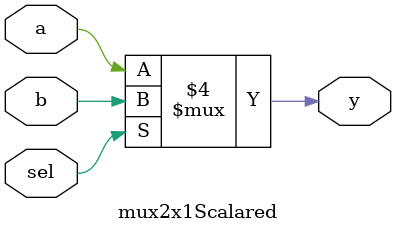
<source format=v>


`timescale 1ns/10ps

module mux2x1Scalared (
    y,
    a,
    b,
    sel
);
// Multiplexer
// 
// y -- scalar data output
// a, b -- scalar data inputs
// sel -- control input: select a if asserted, otherwise b

output y;
reg y;
input a;
input b;
input sel;




always @(sel, b, a) begin: MUX2X1SCALARED_COMB
    if ((sel == 1)) begin
        y = b;
    end
    else begin
        y = a;
    end
end

endmodule

</source>
